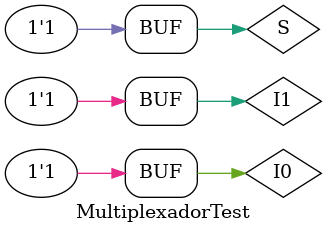
<source format=v>
`timescale 1ns / 1ps


/*
    Activity 1.2 - The goal of this activity is to test the Multiplexador2x1 module created in the previous activity
*/
module MultiplexadorTest;
    reg I0, I1, S;
    wire Y;
    
    Multiplexador2x1 mux(I0,I1,S,Y);
    
     initial begin
       I0 = 0;
       I1 = 0;
       S = 0;
         
       #20;
       
       I0 = 0;
       I1 = 0;
       S = 1;
       
       #20;
       
       I0 = 0;
       I1 = 1;
       S = 0;
       
       #20;
       
       I0 = 0;
       I1 = 1;
       S = 1;
       
       #20;
       
       I0 = 1;
       I1 = 0;
       S = 0;
       
       #20;
       
       I0 = 1;
       I1 = 0;
       S = 1;
       
       #20;
       
       I0 = 1;
       I1 = 1;
       S = 0;
       
       #20;
       
       I0 = 1;
       I1 = 1;
       S = 1;
       
       #20;
       
       end
endmodule

</source>
